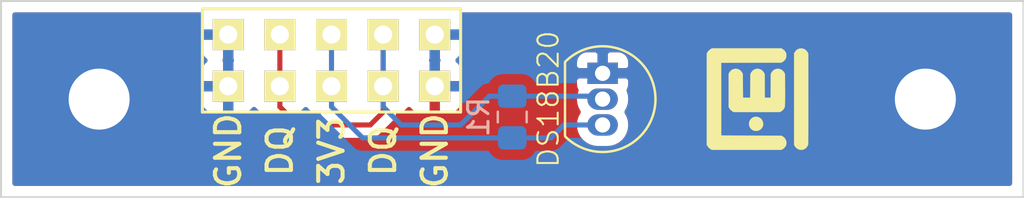
<source format=kicad_pcb>
(kicad_pcb (version 20171130) (host pcbnew 5.1.5-52549c5~84~ubuntu18.04.1)

  (general
    (thickness 1.6)
    (drawings 10)
    (tracks 22)
    (zones 0)
    (modules 6)
    (nets 4)
  )

  (page A4)
  (layers
    (0 F.Cu signal)
    (31 B.Cu signal)
    (32 B.Adhes user)
    (33 F.Adhes user)
    (34 B.Paste user)
    (35 F.Paste user)
    (36 B.SilkS user)
    (37 F.SilkS user)
    (38 B.Mask user)
    (39 F.Mask user)
    (40 Dwgs.User user)
    (41 Cmts.User user)
    (42 Eco1.User user)
    (43 Eco2.User user)
    (44 Edge.Cuts user)
    (45 Margin user)
    (46 B.CrtYd user)
    (47 F.CrtYd user)
    (48 B.Fab user)
    (49 F.Fab user)
  )

  (setup
    (last_trace_width 0.25)
    (user_trace_width 0.254)
    (trace_clearance 0.2)
    (zone_clearance 0.508)
    (zone_45_only no)
    (trace_min 0.2)
    (via_size 0.8)
    (via_drill 0.4)
    (via_min_size 0.4)
    (via_min_drill 0.3)
    (uvia_size 0.3)
    (uvia_drill 0.1)
    (uvias_allowed no)
    (uvia_min_size 0.2)
    (uvia_min_drill 0.1)
    (edge_width 0.1)
    (segment_width 0.2)
    (pcb_text_width 0.3)
    (pcb_text_size 1.5 1.5)
    (mod_edge_width 0.15)
    (mod_text_size 1.3 1.3)
    (mod_text_width 0.3)
    (pad_size 1.524 1.524)
    (pad_drill 0.762)
    (pad_to_mask_clearance 0)
    (aux_axis_origin 0 0)
    (visible_elements FFFFFF7F)
    (pcbplotparams
      (layerselection 0x010fc_ffffffff)
      (usegerberextensions false)
      (usegerberattributes false)
      (usegerberadvancedattributes false)
      (creategerberjobfile true)
      (excludeedgelayer true)
      (linewidth 0.100000)
      (plotframeref false)
      (viasonmask false)
      (mode 1)
      (useauxorigin false)
      (hpglpennumber 1)
      (hpglpenspeed 20)
      (hpglpendiameter 15.000000)
      (psnegative false)
      (psa4output false)
      (plotreference true)
      (plotvalue true)
      (plotinvisibletext false)
      (padsonsilk false)
      (subtractmaskfromsilk false)
      (outputformat 1)
      (mirror false)
      (drillshape 0)
      (scaleselection 1)
      (outputdirectory "gerber/"))
  )

  (net 0 "")
  (net 1 GND)
  (net 2 /data)
  (net 3 +3V3)

  (net_class Default "This is the default net class."
    (clearance 0.2)
    (trace_width 0.25)
    (via_dia 0.8)
    (via_drill 0.4)
    (uvia_dia 0.3)
    (uvia_drill 0.1)
    (add_net +3V3)
    (add_net /data)
    (add_net GND)
  )

  (module EM:logo_5mm (layer F.Cu) (tedit 0) (tstamp 5E17C5FC)
    (at 164.465 101.6 90)
    (fp_text reference G*** (at 0 0 90) (layer F.SilkS) hide
      (effects (font (size 1.524 1.524) (thickness 0.3)))
    )
    (fp_text value LOGO (at 0.75 0 90) (layer F.SilkS) hide
      (effects (font (size 1.524 1.524) (thickness 0.3)))
    )
    (fp_poly (pts (xy -1.080185 -0.394483) (xy -0.994524 -0.344406) (xy -0.925098 -0.268145) (xy -0.912582 -0.247705)
      (xy -0.875328 -0.149173) (xy -0.868367 -0.046173) (xy -0.889793 0.053607) (xy -0.937703 0.14248)
      (xy -1.01019 0.212759) (xy -1.029777 0.225273) (xy -1.112354 0.260389) (xy -1.202743 0.277812)
      (xy -1.285969 0.275187) (xy -1.309995 0.269304) (xy -1.410444 0.22055) (xy -1.48805 0.14931)
      (xy -1.540444 0.061527) (xy -1.565255 -0.036853) (xy -1.560114 -0.139886) (xy -1.522649 -0.241627)
      (xy -1.517407 -0.250865) (xy -1.451114 -0.332239) (xy -1.367543 -0.387252) (xy -1.273397 -0.415941)
      (xy -1.175376 -0.418339) (xy -1.080185 -0.394483)) (layer F.SilkS) (width 0.01))
    (fp_poly (pts (xy 1.320944 -1.377516) (xy 1.403486 -1.31109) (xy 1.460543 -1.22501) (xy 1.49025 -1.126487)
      (xy 1.490747 -1.022733) (xy 1.460169 -0.92096) (xy 1.445857 -0.893924) (xy 1.385289 -0.818042)
      (xy 1.320944 -0.768963) (xy 1.243169 -0.724437) (xy 0.071549 -0.713681) (xy 0.071549 -0.359559)
      (xy 1.243169 -0.348803) (xy 1.320944 -0.304277) (xy 1.403242 -0.238625) (xy 1.459181 -0.155434)
      (xy 1.488728 -0.061387) (xy 1.491853 0.036832) (xy 1.468521 0.132542) (xy 1.418702 0.219058)
      (xy 1.342364 0.289698) (xy 1.323854 0.301367) (xy 1.243169 0.348803) (xy 0.071549 0.359559)
      (xy 0.071549 0.642131) (xy 1.243169 0.652887) (xy 1.320944 0.697413) (xy 1.403242 0.763065)
      (xy 1.459181 0.846256) (xy 1.488728 0.940303) (xy 1.491853 1.038522) (xy 1.468521 1.134232)
      (xy 1.418702 1.220748) (xy 1.342364 1.291389) (xy 1.323854 1.303057) (xy 1.243169 1.350493)
      (xy 0.456127 1.353784) (xy 0.290013 1.354138) (xy 0.13362 1.353818) (xy -0.009136 1.35288)
      (xy -0.134341 1.351377) (xy -0.238079 1.349367) (xy -0.316434 1.346904) (xy -0.365492 1.344042)
      (xy -0.379855 1.341983) (xy -0.481275 1.293607) (xy -0.561873 1.219689) (xy -0.590963 1.176975)
      (xy -0.635 1.10007) (xy -0.635 -1.17162) (xy -0.587564 -1.252305) (xy -0.527074 -1.328071)
      (xy -0.462353 -1.377516) (xy -0.384578 -1.422042) (xy 1.243169 -1.422042) (xy 1.320944 -1.377516)) (layer F.SilkS) (width 0.01))
    (fp_poly (pts (xy 2.322634 -2.450756) (xy 2.397063 -2.391603) (xy 2.447845 -2.325545) (xy 2.495282 -2.244859)
      (xy 2.495282 1.17162) (xy 2.447845 1.252305) (xy 2.381195 1.333967) (xy 2.297327 1.389103)
      (xy 2.202926 1.417745) (xy 2.104674 1.419925) (xy 2.009254 1.395676) (xy 1.92335 1.345028)
      (xy 1.853644 1.268015) (xy 1.842202 1.249395) (xy 1.797676 1.17162) (xy 1.792804 -0.308556)
      (xy 1.787931 -1.788733) (xy -1.787932 -1.788733) (xy -1.792804 -0.308556) (xy -1.797676 1.17162)
      (xy -1.842202 1.249395) (xy -1.903294 1.324322) (xy -1.985623 1.381319) (xy -2.079577 1.41641)
      (xy -2.175544 1.425614) (xy -2.240136 1.414092) (xy -2.342711 1.364387) (xy -2.423268 1.28985)
      (xy -2.451245 1.248524) (xy -2.495282 1.17162) (xy -2.495282 -2.244859) (xy -2.447846 -2.325545)
      (xy -2.387356 -2.40131) (xy -2.322634 -2.450756) (xy -2.244859 -2.495282) (xy 2.244859 -2.495282)
      (xy 2.322634 -2.450756)) (layer F.SilkS) (width 0.01))
    (fp_poly (pts (xy 2.322634 1.842202) (xy 2.404615 1.907694) (xy 2.460384 1.990821) (xy 2.489941 2.084872)
      (xy 2.493287 2.183135) (xy 2.470421 2.278899) (xy 2.421343 2.365453) (xy 2.346053 2.436085)
      (xy 2.322634 2.450755) (xy 2.244859 2.495282) (xy 0.026831 2.498357) (xy -0.252759 2.498625)
      (xy -0.522938 2.498654) (xy -0.781493 2.498453) (xy -1.02621 2.498034) (xy -1.254873 2.49741)
      (xy -1.46527 2.496591) (xy -1.655185 2.495588) (xy -1.822404 2.494415) (xy -1.964713 2.493081)
      (xy -2.079898 2.491599) (xy -2.165744 2.48998) (xy -2.220038 2.488235) (xy -2.240136 2.486555)
      (xy -2.340825 2.438882) (xy -2.420949 2.365653) (xy -2.450724 2.321764) (xy -2.488345 2.221852)
      (xy -2.494548 2.11789) (xy -2.471313 2.017292) (xy -2.420621 1.927471) (xy -2.344451 1.855842)
      (xy -2.322634 1.842202) (xy -2.244859 1.797676) (xy 2.244859 1.797676) (xy 2.322634 1.842202)) (layer F.SilkS) (width 0.01))
  )

  (module Package_TO_SOT_THT:TO-92_Inline (layer F.Cu) (tedit 5A1DD157) (tstamp 5E17BC4B)
    (at 156.845 100.33 270)
    (descr "TO-92 leads in-line, narrow, oval pads, drill 0.75mm (see NXP sot054_po.pdf)")
    (tags "to-92 sc-43 sc-43a sot54 PA33 transistor")
    (path /5E1A5100)
    (fp_text reference U1 (at 1.27 -3.56 90) (layer F.SilkS) hide
      (effects (font (size 1 1) (thickness 0.15)))
    )
    (fp_text value DS18B20 (at 1.27 2.79 90) (layer F.Fab) hide
      (effects (font (size 1 1) (thickness 0.15)))
    )
    (fp_arc (start 1.27 0) (end 1.27 -2.6) (angle 135) (layer F.SilkS) (width 0.12))
    (fp_arc (start 1.27 0) (end 1.27 -2.48) (angle -135) (layer F.Fab) (width 0.1))
    (fp_arc (start 1.27 0) (end 1.27 -2.6) (angle -135) (layer F.SilkS) (width 0.12))
    (fp_arc (start 1.27 0) (end 1.27 -2.48) (angle 135) (layer F.Fab) (width 0.1))
    (fp_line (start 4 2.01) (end -1.46 2.01) (layer F.CrtYd) (width 0.05))
    (fp_line (start 4 2.01) (end 4 -2.73) (layer F.CrtYd) (width 0.05))
    (fp_line (start -1.46 -2.73) (end -1.46 2.01) (layer F.CrtYd) (width 0.05))
    (fp_line (start -1.46 -2.73) (end 4 -2.73) (layer F.CrtYd) (width 0.05))
    (fp_line (start -0.5 1.75) (end 3 1.75) (layer F.Fab) (width 0.1))
    (fp_line (start -0.53 1.85) (end 3.07 1.85) (layer F.SilkS) (width 0.12))
    (fp_text user %R (at 1.27 -3.56 90) (layer F.Fab) hide
      (effects (font (size 1 1) (thickness 0.15)))
    )
    (pad 1 thru_hole rect (at 0 0 270) (size 1.05 1.5) (drill 0.75) (layers *.Cu *.Mask)
      (net 1 GND))
    (pad 3 thru_hole oval (at 2.54 0 270) (size 1.05 1.5) (drill 0.75) (layers *.Cu *.Mask)
      (net 3 +3V3))
    (pad 2 thru_hole oval (at 1.27 0 270) (size 1.05 1.5) (drill 0.75) (layers *.Cu *.Mask)
      (net 2 /data))
    (model ${KISYS3DMOD}/Package_TO_SOT_THT.3dshapes/TO-92_Inline.wrl
      (at (xyz 0 0 0))
      (scale (xyz 1 1 1))
      (rotate (xyz 0 0 0))
    )
  )

  (module Resistor_SMD:R_0805_2012Metric_Pad1.15x1.40mm_HandSolder (layer B.Cu) (tedit 5B36C52B) (tstamp 5E17BC39)
    (at 152.4 102.48 270)
    (descr "Resistor SMD 0805 (2012 Metric), square (rectangular) end terminal, IPC_7351 nominal with elongated pad for handsoldering. (Body size source: https://docs.google.com/spreadsheets/d/1BsfQQcO9C6DZCsRaXUlFlo91Tg2WpOkGARC1WS5S8t0/edit?usp=sharing), generated with kicad-footprint-generator")
    (tags "resistor handsolder")
    (path /5E1BB0C9)
    (attr smd)
    (fp_text reference R1 (at 0 1.65 270) (layer B.SilkS)
      (effects (font (size 1 1) (thickness 0.15)) (justify mirror))
    )
    (fp_text value 4k7 (at 0 -1.65 270) (layer B.Fab)
      (effects (font (size 1 1) (thickness 0.15)) (justify mirror))
    )
    (fp_text user %R (at 0 0 270) (layer B.Fab)
      (effects (font (size 0.5 0.5) (thickness 0.08)) (justify mirror))
    )
    (fp_line (start 1.85 -0.95) (end -1.85 -0.95) (layer B.CrtYd) (width 0.05))
    (fp_line (start 1.85 0.95) (end 1.85 -0.95) (layer B.CrtYd) (width 0.05))
    (fp_line (start -1.85 0.95) (end 1.85 0.95) (layer B.CrtYd) (width 0.05))
    (fp_line (start -1.85 -0.95) (end -1.85 0.95) (layer B.CrtYd) (width 0.05))
    (fp_line (start -0.261252 -0.71) (end 0.261252 -0.71) (layer B.SilkS) (width 0.12))
    (fp_line (start -0.261252 0.71) (end 0.261252 0.71) (layer B.SilkS) (width 0.12))
    (fp_line (start 1 -0.6) (end -1 -0.6) (layer B.Fab) (width 0.1))
    (fp_line (start 1 0.6) (end 1 -0.6) (layer B.Fab) (width 0.1))
    (fp_line (start -1 0.6) (end 1 0.6) (layer B.Fab) (width 0.1))
    (fp_line (start -1 -0.6) (end -1 0.6) (layer B.Fab) (width 0.1))
    (pad 2 smd roundrect (at 1.025 0 270) (size 1.15 1.4) (layers B.Cu B.Paste B.Mask) (roundrect_rratio 0.217391)
      (net 3 +3V3))
    (pad 1 smd roundrect (at -1.025 0 270) (size 1.15 1.4) (layers B.Cu B.Paste B.Mask) (roundrect_rratio 0.217391)
      (net 2 /data))
    (model ${KISYS3DMOD}/Resistor_SMD.3dshapes/R_0805_2012Metric.wrl
      (at (xyz 0 0 0))
      (scale (xyz 1 1 1))
      (rotate (xyz 0 0 0))
    )
  )

  (module Mlab_Mechanical:MountingHole_3mm placed (layer F.Cu) (tedit 5A99DD0D) (tstamp 5E17BC28)
    (at 132.08 101.6)
    (descr "Mounting hole, Befestigungsbohrung, 3mm, No Annular, Kein Restring,")
    (tags "Mounting hole, Befestigungsbohrung, 3mm, No Annular, Kein Restring,")
    (path /5E1A15F3)
    (fp_text reference M2 (at 0 -4.191) (layer F.SilkS) hide
      (effects (font (size 1.524 1.524) (thickness 0.3048)))
    )
    (fp_text value HOLE (at 0 4.191) (layer F.SilkS) hide
      (effects (font (size 1.524 1.524) (thickness 0.3048)))
    )
    (fp_circle (center 0 0) (end 2.99974 0) (layer Cmts.User) (width 0.381))
    (pad 1 thru_hole circle (at 0 0) (size 6 6) (drill 3) (layers *.Cu *.Adhes *.Mask)
      (net 1 GND) (clearance 1) (zone_connect 2))
    (model ${MLAB}/src/3d/mechanical/m3_komplet.step
      (at (xyz 0 0 0))
      (scale (xyz 1 1 1))
      (rotate (xyz 0 0 0))
    )
  )

  (module Mlab_Mechanical:MountingHole_3mm placed (layer F.Cu) (tedit 5A99DD0D) (tstamp 5E17BC22)
    (at 172.72 101.6)
    (descr "Mounting hole, Befestigungsbohrung, 3mm, No Annular, Kein Restring,")
    (tags "Mounting hole, Befestigungsbohrung, 3mm, No Annular, Kein Restring,")
    (path /5E1A0F5F)
    (fp_text reference M1 (at 0 -4.191) (layer F.SilkS) hide
      (effects (font (size 1.524 1.524) (thickness 0.3048)))
    )
    (fp_text value HOLE (at 0 4.191) (layer F.SilkS) hide
      (effects (font (size 1.524 1.524) (thickness 0.3048)))
    )
    (fp_circle (center 0 0) (end 2.99974 0) (layer Cmts.User) (width 0.381))
    (pad 1 thru_hole circle (at 0 0) (size 6 6) (drill 3) (layers *.Cu *.Adhes *.Mask)
      (net 1 GND) (clearance 1) (zone_connect 2))
    (model ${MLAB}/src/3d/mechanical/m3_komplet.step
      (at (xyz 0 0 0))
      (scale (xyz 1 1 1))
      (rotate (xyz 0 0 0))
    )
  )

  (module Mlab_Pin_Headers:Straight_2x05 (layer F.Cu) (tedit 5C6D1A14) (tstamp 5E17BC1C)
    (at 143.51 99.695 90)
    (descr "pin header straight 2x05")
    (tags "pin header straight 2x05")
    (path /5E1A07A0)
    (fp_text reference J1 (at 0 -7.62 90) (layer F.SilkS) hide
      (effects (font (size 1.5 1.5) (thickness 0.15)))
    )
    (fp_text value HEADER_2x05_PARALLEL (at 0 7.62 90) (layer F.SilkS) hide
      (effects (font (size 1.5 1.5) (thickness 0.15)))
    )
    (fp_line (start -2.54 6.35) (end -2.54 -6.35) (layer F.SilkS) (width 0.15))
    (fp_line (start 2.54 6.35) (end -2.54 6.35) (layer F.SilkS) (width 0.15))
    (fp_line (start 2.54 -6.35) (end 2.54 6.35) (layer F.SilkS) (width 0.15))
    (fp_line (start -2.54 -6.35) (end 2.54 -6.35) (layer F.SilkS) (width 0.15))
    (pad 10 thru_hole rect (at 1.27 5.08 90) (size 1.524 1.524) (drill 0.889) (layers *.Cu *.Mask F.SilkS)
      (net 1 GND))
    (pad 9 thru_hole rect (at -1.27 5.08 90) (size 1.524 1.524) (drill 0.889) (layers *.Cu *.Mask F.SilkS)
      (net 1 GND))
    (pad 8 thru_hole rect (at 1.27 2.54 90) (size 1.524 1.524) (drill 0.889) (layers *.Cu *.Mask F.SilkS)
      (net 2 /data))
    (pad 7 thru_hole rect (at -1.27 2.54 90) (size 1.524 1.524) (drill 0.889) (layers *.Cu *.Mask F.SilkS)
      (net 2 /data))
    (pad 6 thru_hole rect (at 1.27 0 90) (size 1.524 1.524) (drill 0.889) (layers *.Cu *.Mask F.SilkS)
      (net 3 +3V3))
    (pad 5 thru_hole rect (at -1.27 0 90) (size 1.524 1.524) (drill 0.889) (layers *.Cu *.Mask F.SilkS)
      (net 3 +3V3))
    (pad 4 thru_hole rect (at 1.27 -2.54 90) (size 1.524 1.524) (drill 0.889) (layers *.Cu *.Mask F.SilkS)
      (net 2 /data))
    (pad 3 thru_hole rect (at -1.27 -2.54 90) (size 1.524 1.524) (drill 0.889) (layers *.Cu *.Mask F.SilkS)
      (net 2 /data))
    (pad 2 thru_hole rect (at 1.27 -5.08 90) (size 1.524 1.524) (drill 0.889) (layers *.Cu *.Mask F.SilkS)
      (net 1 GND))
    (pad 1 thru_hole rect (at -1.27 -5.08 90) (size 1.524 1.524) (drill 0.889) (layers *.Cu *.Mask F.SilkS)
      (net 1 GND))
    (model ${KISYS3DMOD}/Connector_PinHeader_2.54mm.3dshapes/PinHeader_2x05_P2.54mm_Vertical.wrl
      (offset (xyz -1.27 5.08 0))
      (scale (xyz 1 1 1))
      (rotate (xyz 0 0 0))
    )
  )

  (gr_text DS18B20 (at 154.178 101.6 90) (layer F.SilkS)
    (effects (font (size 1 1) (thickness 0.1)))
  )
  (gr_text DQ (at 146.05 104.14 90) (layer F.SilkS) (tstamp 5E17C019)
    (effects (font (size 1.2 1.2) (thickness 0.2)))
  )
  (gr_text DQ (at 140.97 104.14 90) (layer F.SilkS) (tstamp 5E17C017)
    (effects (font (size 1.2 1.2) (thickness 0.2)))
  )
  (gr_text 3V3 (at 143.51 104.14 90) (layer F.SilkS) (tstamp 5E17C014)
    (effects (font (size 1.2 1.2) (thickness 0.2)))
  )
  (gr_text GND (at 148.59 104.14 90) (layer F.SilkS) (tstamp 5E17C012)
    (effects (font (size 1.2 1.2) (thickness 0.2)))
  )
  (gr_text GND (at 138.43 104.14 90) (layer F.SilkS)
    (effects (font (size 1.2 1.2) (thickness 0.2)))
  )
  (gr_line (start 177.546 106.426) (end 127.254 106.426) (layer Edge.Cuts) (width 0.1) (tstamp 5E17BED3))
  (gr_line (start 177.546 96.774) (end 177.546 106.426) (layer Edge.Cuts) (width 0.1))
  (gr_line (start 127.254 96.774) (end 177.546 96.774) (layer Edge.Cuts) (width 0.1))
  (gr_line (start 127.254 106.426) (end 127.254 96.774) (layer Edge.Cuts) (width 0.1))

  (segment (start 140.97 98.425) (end 140.97 100.965) (width 0.25) (layer F.Cu) (net 2))
  (segment (start 146.05 102.235) (end 146.05 98.425) (width 0.25) (layer F.Cu) (net 2))
  (segment (start 145.415 102.87) (end 146.05 102.235) (width 0.25) (layer F.Cu) (net 2))
  (segment (start 140.97 100.965) (end 140.97 101.977) (width 0.25) (layer F.Cu) (net 2))
  (segment (start 141.863 102.87) (end 145.415 102.87) (width 0.25) (layer F.Cu) (net 2))
  (segment (start 140.97 101.977) (end 141.863 102.87) (width 0.25) (layer F.Cu) (net 2))
  (segment (start 146.05 98.425) (end 146.05 101.6) (width 0.25) (layer B.Cu) (net 2))
  (segment (start 149.86 102.87) (end 151.275 101.455) (width 0.25) (layer B.Cu) (net 2))
  (segment (start 146.943 102.87) (end 149.86 102.87) (width 0.25) (layer B.Cu) (net 2))
  (segment (start 146.05 100.965) (end 146.05 101.977) (width 0.25) (layer B.Cu) (net 2))
  (segment (start 151.275 101.455) (end 152.4 101.455) (width 0.25) (layer B.Cu) (net 2))
  (segment (start 146.05 101.977) (end 146.943 102.87) (width 0.25) (layer B.Cu) (net 2))
  (segment (start 156.7 101.455) (end 156.845 101.6) (width 0.25) (layer B.Cu) (net 2))
  (segment (start 152.4 101.455) (end 156.7 101.455) (width 0.25) (layer B.Cu) (net 2))
  (segment (start 143.51 98.425) (end 143.51 100.965) (width 0.25) (layer B.Cu) (net 3))
  (segment (start 151.7 103.505) (end 152.4 103.505) (width 0.25) (layer B.Cu) (net 3))
  (segment (start 145.038 103.505) (end 151.7 103.505) (width 0.25) (layer B.Cu) (net 3))
  (segment (start 143.51 100.965) (end 143.51 101.977) (width 0.25) (layer B.Cu) (net 3))
  (segment (start 143.51 101.977) (end 145.038 103.505) (width 0.25) (layer B.Cu) (net 3))
  (segment (start 152.4 103.505) (end 154.305 103.505) (width 0.25) (layer B.Cu) (net 3))
  (segment (start 154.305 103.505) (end 154.94 102.87) (width 0.25) (layer B.Cu) (net 3))
  (segment (start 154.94 102.87) (end 156.845 102.87) (width 0.25) (layer B.Cu) (net 3))

  (zone (net 1) (net_name GND) (layer F.Cu) (tstamp 0) (hatch edge 0.508)
    (connect_pads (clearance 0.508))
    (min_thickness 0.254)
    (fill yes (arc_segments 32) (thermal_gap 0.508) (thermal_bridge_width 0.508))
    (polygon
      (pts
        (xy 177.546 106.426) (xy 127.254 106.426) (xy 127.254 96.774) (xy 177.546 96.774)
      )
    )
    (filled_polygon
      (pts
        (xy 137.042188 97.538518) (xy 137.029928 97.663) (xy 137.033 98.13925) (xy 137.19175 98.298) (xy 138.303 98.298)
        (xy 138.303 98.278) (xy 138.557 98.278) (xy 138.557 98.298) (xy 138.577 98.298) (xy 138.577 98.552)
        (xy 138.557 98.552) (xy 138.557 99.66325) (xy 138.58875 99.695) (xy 138.557 99.72675) (xy 138.557 100.838)
        (xy 138.577 100.838) (xy 138.577 101.092) (xy 138.557 101.092) (xy 138.557 102.20325) (xy 138.71575 102.362)
        (xy 139.192 102.365072) (xy 139.316482 102.352812) (xy 139.43618 102.316502) (xy 139.546494 102.257537) (xy 139.643185 102.178185)
        (xy 139.7 102.108956) (xy 139.756815 102.178185) (xy 139.853506 102.257537) (xy 139.96382 102.316502) (xy 140.083518 102.352812)
        (xy 140.208 102.365072) (xy 140.315674 102.365072) (xy 140.335026 102.401276) (xy 140.406201 102.488002) (xy 140.43 102.517001)
        (xy 140.458998 102.540799) (xy 141.299201 103.381003) (xy 141.322999 103.410001) (xy 141.438724 103.504974) (xy 141.570753 103.575546)
        (xy 141.714014 103.619003) (xy 141.825667 103.63) (xy 141.825675 103.63) (xy 141.863 103.633676) (xy 141.900325 103.63)
        (xy 145.377678 103.63) (xy 145.415 103.633676) (xy 145.452322 103.63) (xy 145.452333 103.63) (xy 145.563986 103.619003)
        (xy 145.707247 103.575546) (xy 145.839276 103.504974) (xy 145.955001 103.410001) (xy 145.978803 103.380998) (xy 146.561004 102.798798)
        (xy 146.590001 102.775001) (xy 146.684974 102.659276) (xy 146.755546 102.527247) (xy 146.799003 102.383986) (xy 146.800866 102.365072)
        (xy 146.812 102.365072) (xy 146.936482 102.352812) (xy 147.05618 102.316502) (xy 147.166494 102.257537) (xy 147.263185 102.178185)
        (xy 147.32 102.108956) (xy 147.376815 102.178185) (xy 147.473506 102.257537) (xy 147.58382 102.316502) (xy 147.703518 102.352812)
        (xy 147.828 102.365072) (xy 148.30425 102.362) (xy 148.463 102.20325) (xy 148.463 101.092) (xy 148.717 101.092)
        (xy 148.717 102.20325) (xy 148.87575 102.362) (xy 149.352 102.365072) (xy 149.476482 102.352812) (xy 149.59618 102.316502)
        (xy 149.706494 102.257537) (xy 149.803185 102.178185) (xy 149.882537 102.081494) (xy 149.941502 101.97118) (xy 149.977812 101.851482)
        (xy 149.990072 101.727) (xy 149.989253 101.6) (xy 155.454388 101.6) (xy 155.476785 101.8274) (xy 155.543115 102.04606)
        (xy 155.644105 102.235) (xy 155.543115 102.42394) (xy 155.476785 102.6426) (xy 155.454388 102.87) (xy 155.476785 103.0974)
        (xy 155.543115 103.31606) (xy 155.650829 103.517579) (xy 155.795788 103.694212) (xy 155.972421 103.839171) (xy 156.17394 103.946885)
        (xy 156.3926 104.013215) (xy 156.563021 104.03) (xy 157.126979 104.03) (xy 157.2974 104.013215) (xy 157.51606 103.946885)
        (xy 157.717579 103.839171) (xy 157.894212 103.694212) (xy 158.039171 103.517579) (xy 158.146885 103.31606) (xy 158.213215 103.0974)
        (xy 158.235612 102.87) (xy 158.213215 102.6426) (xy 158.146885 102.42394) (xy 158.045895 102.235) (xy 158.146885 102.04606)
        (xy 158.213215 101.8274) (xy 158.235612 101.6) (xy 158.213215 101.3726) (xy 158.149907 101.163902) (xy 158.184502 101.09918)
        (xy 158.220812 100.979482) (xy 158.233072 100.855) (xy 158.23 100.61575) (xy 158.07125 100.457) (xy 157.298109 100.457)
        (xy 157.2974 100.456785) (xy 157.126979 100.44) (xy 156.563021 100.44) (xy 156.3926 100.456785) (xy 156.391891 100.457)
        (xy 155.61875 100.457) (xy 155.46 100.61575) (xy 155.456928 100.855) (xy 155.469188 100.979482) (xy 155.505498 101.09918)
        (xy 155.540093 101.163902) (xy 155.476785 101.3726) (xy 155.454388 101.6) (xy 149.989253 101.6) (xy 149.987 101.25075)
        (xy 149.82825 101.092) (xy 148.717 101.092) (xy 148.463 101.092) (xy 148.443 101.092) (xy 148.443 100.838)
        (xy 148.463 100.838) (xy 148.463 99.72675) (xy 148.43125 99.695) (xy 148.463 99.66325) (xy 148.463 98.552)
        (xy 148.717 98.552) (xy 148.717 99.66325) (xy 148.74875 99.695) (xy 148.717 99.72675) (xy 148.717 100.838)
        (xy 149.82825 100.838) (xy 149.987 100.67925) (xy 149.990072 100.203) (xy 149.977812 100.078518) (xy 149.941502 99.95882)
        (xy 149.882537 99.848506) (xy 149.846833 99.805) (xy 155.456928 99.805) (xy 155.46 100.04425) (xy 155.61875 100.203)
        (xy 156.718 100.203) (xy 156.718 99.32875) (xy 156.972 99.32875) (xy 156.972 100.203) (xy 158.07125 100.203)
        (xy 158.23 100.04425) (xy 158.233072 99.805) (xy 158.220812 99.680518) (xy 158.184502 99.56082) (xy 158.125537 99.450506)
        (xy 158.046185 99.353815) (xy 157.949494 99.274463) (xy 157.83918 99.215498) (xy 157.719482 99.179188) (xy 157.595 99.166928)
        (xy 157.13075 99.17) (xy 156.972 99.32875) (xy 156.718 99.32875) (xy 156.55925 99.17) (xy 156.095 99.166928)
        (xy 155.970518 99.179188) (xy 155.85082 99.215498) (xy 155.740506 99.274463) (xy 155.643815 99.353815) (xy 155.564463 99.450506)
        (xy 155.505498 99.56082) (xy 155.469188 99.680518) (xy 155.456928 99.805) (xy 149.846833 99.805) (xy 149.803185 99.751815)
        (xy 149.733956 99.695) (xy 149.803185 99.638185) (xy 149.882537 99.541494) (xy 149.941502 99.43118) (xy 149.977812 99.311482)
        (xy 149.990072 99.187) (xy 149.987 98.71075) (xy 149.82825 98.552) (xy 148.717 98.552) (xy 148.463 98.552)
        (xy 148.443 98.552) (xy 148.443 98.298) (xy 148.463 98.298) (xy 148.463 98.278) (xy 148.717 98.278)
        (xy 148.717 98.298) (xy 149.82825 98.298) (xy 149.987 98.13925) (xy 149.990072 97.663) (xy 149.977812 97.538518)
        (xy 149.95369 97.459) (xy 176.861 97.459) (xy 176.861001 105.741) (xy 127.939 105.741) (xy 127.939 101.727)
        (xy 137.029928 101.727) (xy 137.042188 101.851482) (xy 137.078498 101.97118) (xy 137.137463 102.081494) (xy 137.216815 102.178185)
        (xy 137.313506 102.257537) (xy 137.42382 102.316502) (xy 137.543518 102.352812) (xy 137.668 102.365072) (xy 138.14425 102.362)
        (xy 138.303 102.20325) (xy 138.303 101.092) (xy 137.19175 101.092) (xy 137.033 101.25075) (xy 137.029928 101.727)
        (xy 127.939 101.727) (xy 127.939 99.187) (xy 137.029928 99.187) (xy 137.042188 99.311482) (xy 137.078498 99.43118)
        (xy 137.137463 99.541494) (xy 137.216815 99.638185) (xy 137.286044 99.695) (xy 137.216815 99.751815) (xy 137.137463 99.848506)
        (xy 137.078498 99.95882) (xy 137.042188 100.078518) (xy 137.029928 100.203) (xy 137.033 100.67925) (xy 137.19175 100.838)
        (xy 138.303 100.838) (xy 138.303 99.72675) (xy 138.27125 99.695) (xy 138.303 99.66325) (xy 138.303 98.552)
        (xy 137.19175 98.552) (xy 137.033 98.71075) (xy 137.029928 99.187) (xy 127.939 99.187) (xy 127.939 97.459)
        (xy 137.06631 97.459)
      )
    )
  )
  (zone (net 1) (net_name GND) (layer B.Cu) (tstamp 0) (hatch edge 0.508)
    (connect_pads (clearance 0.508))
    (min_thickness 0.254)
    (fill yes (arc_segments 32) (thermal_gap 0.508) (thermal_bridge_width 0.508))
    (polygon
      (pts
        (xy 177.546 106.426) (xy 127.254 106.426) (xy 127.254 96.774) (xy 177.546 96.774)
      )
    )
    (filled_polygon
      (pts
        (xy 137.042188 97.538518) (xy 137.029928 97.663) (xy 137.033 98.13925) (xy 137.19175 98.298) (xy 138.303 98.298)
        (xy 138.303 98.278) (xy 138.557 98.278) (xy 138.557 98.298) (xy 138.577 98.298) (xy 138.577 98.552)
        (xy 138.557 98.552) (xy 138.557 99.66325) (xy 138.58875 99.695) (xy 138.557 99.72675) (xy 138.557 100.838)
        (xy 138.577 100.838) (xy 138.577 101.092) (xy 138.557 101.092) (xy 138.557 102.20325) (xy 138.71575 102.362)
        (xy 139.192 102.365072) (xy 139.316482 102.352812) (xy 139.43618 102.316502) (xy 139.546494 102.257537) (xy 139.643185 102.178185)
        (xy 139.7 102.108956) (xy 139.756815 102.178185) (xy 139.853506 102.257537) (xy 139.96382 102.316502) (xy 140.083518 102.352812)
        (xy 140.208 102.365072) (xy 141.732 102.365072) (xy 141.856482 102.352812) (xy 141.97618 102.316502) (xy 142.086494 102.257537)
        (xy 142.183185 102.178185) (xy 142.24 102.108956) (xy 142.296815 102.178185) (xy 142.393506 102.257537) (xy 142.50382 102.316502)
        (xy 142.623518 102.352812) (xy 142.748 102.365072) (xy 142.855674 102.365072) (xy 142.875026 102.401276) (xy 142.946201 102.488002)
        (xy 142.97 102.517001) (xy 142.998998 102.540799) (xy 144.474201 104.016003) (xy 144.497999 104.045001) (xy 144.613724 104.139974)
        (xy 144.745753 104.210546) (xy 144.889014 104.254003) (xy 145.000667 104.265) (xy 145.000676 104.265) (xy 145.037999 104.268676)
        (xy 145.075322 104.265) (xy 151.180386 104.265) (xy 151.211595 104.323387) (xy 151.322038 104.457962) (xy 151.456613 104.568405)
        (xy 151.610149 104.650472) (xy 151.776745 104.701008) (xy 151.949999 104.718072) (xy 152.850001 104.718072) (xy 153.023255 104.701008)
        (xy 153.189851 104.650472) (xy 153.343387 104.568405) (xy 153.477962 104.457962) (xy 153.588405 104.323387) (xy 153.619614 104.265)
        (xy 154.267678 104.265) (xy 154.305 104.268676) (xy 154.342322 104.265) (xy 154.342333 104.265) (xy 154.453986 104.254003)
        (xy 154.597247 104.210546) (xy 154.729276 104.139974) (xy 154.845001 104.045001) (xy 154.868803 104.015998) (xy 155.254802 103.63)
        (xy 155.743091 103.63) (xy 155.795788 103.694212) (xy 155.972421 103.839171) (xy 156.17394 103.946885) (xy 156.3926 104.013215)
        (xy 156.563021 104.03) (xy 157.126979 104.03) (xy 157.2974 104.013215) (xy 157.51606 103.946885) (xy 157.717579 103.839171)
        (xy 157.894212 103.694212) (xy 158.039171 103.517579) (xy 158.146885 103.31606) (xy 158.213215 103.0974) (xy 158.235612 102.87)
        (xy 158.213215 102.6426) (xy 158.146885 102.42394) (xy 158.045895 102.235) (xy 158.146885 102.04606) (xy 158.213215 101.8274)
        (xy 158.235612 101.6) (xy 158.213215 101.3726) (xy 158.149907 101.163902) (xy 158.184502 101.09918) (xy 158.220812 100.979482)
        (xy 158.233072 100.855) (xy 158.23 100.61575) (xy 158.07125 100.457) (xy 157.298109 100.457) (xy 157.2974 100.456785)
        (xy 157.126979 100.44) (xy 156.563021 100.44) (xy 156.3926 100.456785) (xy 156.391891 100.457) (xy 155.61875 100.457)
        (xy 155.46 100.61575) (xy 155.458982 100.695) (xy 153.619614 100.695) (xy 153.588405 100.636613) (xy 153.477962 100.502038)
        (xy 153.343387 100.391595) (xy 153.189851 100.309528) (xy 153.023255 100.258992) (xy 152.850001 100.241928) (xy 151.949999 100.241928)
        (xy 151.776745 100.258992) (xy 151.610149 100.309528) (xy 151.456613 100.391595) (xy 151.322038 100.502038) (xy 151.211595 100.636613)
        (xy 151.177203 100.700955) (xy 151.126014 100.705997) (xy 150.982753 100.749454) (xy 150.850724 100.820026) (xy 150.734999 100.914999)
        (xy 150.711201 100.943997) (xy 149.989675 101.665523) (xy 149.987 101.25075) (xy 149.82825 101.092) (xy 148.717 101.092)
        (xy 148.717 101.112) (xy 148.463 101.112) (xy 148.463 101.092) (xy 148.443 101.092) (xy 148.443 100.838)
        (xy 148.463 100.838) (xy 148.463 99.72675) (xy 148.43125 99.695) (xy 148.463 99.66325) (xy 148.463 98.552)
        (xy 148.717 98.552) (xy 148.717 99.66325) (xy 148.74875 99.695) (xy 148.717 99.72675) (xy 148.717 100.838)
        (xy 149.82825 100.838) (xy 149.987 100.67925) (xy 149.990072 100.203) (xy 149.977812 100.078518) (xy 149.941502 99.95882)
        (xy 149.882537 99.848506) (xy 149.846833 99.805) (xy 155.456928 99.805) (xy 155.46 100.04425) (xy 155.61875 100.203)
        (xy 156.718 100.203) (xy 156.718 99.32875) (xy 156.972 99.32875) (xy 156.972 100.203) (xy 158.07125 100.203)
        (xy 158.23 100.04425) (xy 158.233072 99.805) (xy 158.220812 99.680518) (xy 158.184502 99.56082) (xy 158.125537 99.450506)
        (xy 158.046185 99.353815) (xy 157.949494 99.274463) (xy 157.83918 99.215498) (xy 157.719482 99.179188) (xy 157.595 99.166928)
        (xy 157.13075 99.17) (xy 156.972 99.32875) (xy 156.718 99.32875) (xy 156.55925 99.17) (xy 156.095 99.166928)
        (xy 155.970518 99.179188) (xy 155.85082 99.215498) (xy 155.740506 99.274463) (xy 155.643815 99.353815) (xy 155.564463 99.450506)
        (xy 155.505498 99.56082) (xy 155.469188 99.680518) (xy 155.456928 99.805) (xy 149.846833 99.805) (xy 149.803185 99.751815)
        (xy 149.733956 99.695) (xy 149.803185 99.638185) (xy 149.882537 99.541494) (xy 149.941502 99.43118) (xy 149.977812 99.311482)
        (xy 149.990072 99.187) (xy 149.987 98.71075) (xy 149.82825 98.552) (xy 148.717 98.552) (xy 148.463 98.552)
        (xy 148.443 98.552) (xy 148.443 98.298) (xy 148.463 98.298) (xy 148.463 98.278) (xy 148.717 98.278)
        (xy 148.717 98.298) (xy 149.82825 98.298) (xy 149.987 98.13925) (xy 149.990072 97.663) (xy 149.977812 97.538518)
        (xy 149.95369 97.459) (xy 176.861 97.459) (xy 176.861001 105.741) (xy 127.939 105.741) (xy 127.939 101.727)
        (xy 137.029928 101.727) (xy 137.042188 101.851482) (xy 137.078498 101.97118) (xy 137.137463 102.081494) (xy 137.216815 102.178185)
        (xy 137.313506 102.257537) (xy 137.42382 102.316502) (xy 137.543518 102.352812) (xy 137.668 102.365072) (xy 138.14425 102.362)
        (xy 138.303 102.20325) (xy 138.303 101.092) (xy 137.19175 101.092) (xy 137.033 101.25075) (xy 137.029928 101.727)
        (xy 127.939 101.727) (xy 127.939 99.187) (xy 137.029928 99.187) (xy 137.042188 99.311482) (xy 137.078498 99.43118)
        (xy 137.137463 99.541494) (xy 137.216815 99.638185) (xy 137.286044 99.695) (xy 137.216815 99.751815) (xy 137.137463 99.848506)
        (xy 137.078498 99.95882) (xy 137.042188 100.078518) (xy 137.029928 100.203) (xy 137.033 100.67925) (xy 137.19175 100.838)
        (xy 138.303 100.838) (xy 138.303 99.72675) (xy 138.27125 99.695) (xy 138.303 99.66325) (xy 138.303 98.552)
        (xy 137.19175 98.552) (xy 137.033 98.71075) (xy 137.029928 99.187) (xy 127.939 99.187) (xy 127.939 97.459)
        (xy 137.06631 97.459)
      )
    )
  )
)

</source>
